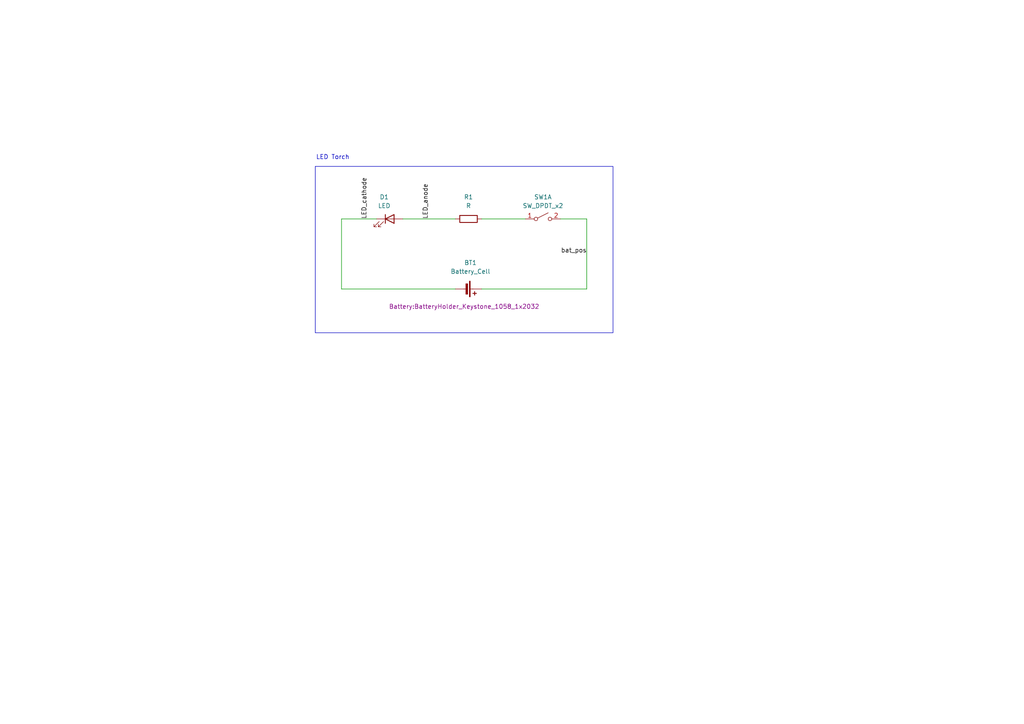
<source format=kicad_sch>
(kicad_sch (version 20250114) (generator "eeschema") (generator_version "9.0")
  (paper "A4")
  (title_block (title "Project LED Torch") (date "2025-06-08") (rev "1"))
  (lib_symbols
    (symbol "Device:Battery_Cell" (pin_numbers (hide yes)) (pin_names (offset 0) (hide yes))
      (property "Reference" "BT" (at 2.54 2.54 0))
      (property "Value" "Battery_Cell" (at 2.54 0 0))
      (symbol "Battery_Cell_0_1"
        (rectangle (start -2.286 1.778) (end 2.286 1.524) (fill (type outline)))
        (rectangle (start -1.524 1.016) (end 1.524 0.508) (fill (type outline)))
        (polyline (pts (xy 0 1.778) (xy 0 2.54)))
        (polyline (pts (xy 0 0.762) (xy 0 0)))
        (polyline (pts (xy 0.762 3.048) (xy 1.778 3.048)) (stroke (width 0.254)))
        (polyline (pts (xy 1.27 3.556) (xy 1.27 2.54)) (stroke (width 0.254)))
      )
      (symbol "Battery_Cell_1_1"
        (pin passive line (at 0 5.08 270) (length 2.54) (name "+") (number "1"))
        (pin passive line (at 0 -2.54 90) (length 2.54) (name "-") (number "2"))
      )
    )
    (symbol "Device:LED" (pin_numbers (hide yes)) (pin_names (offset 1.016) (hide yes))
      (property "Reference" "D" (at 0 2.54 0))
      (property "Value" "LED" (at 0 -2.54 0))
      (symbol "LED_0_1"
        (polyline (pts (xy -3.048 -0.762) (xy -4.572 -2.286) (xy -3.81 -2.286) (xy -4.572 -2.286) (xy -4.572 -1.524)))
        (polyline (pts (xy -1.778 -0.762) (xy -3.302 -2.286) (xy -2.54 -2.286) (xy -3.302 -2.286) (xy -3.302 -1.524)))
        (polyline (pts (xy -1.27 0) (xy 1.27 0)))
        (polyline (pts (xy -1.27 -1.27) (xy -1.27 1.27)) (stroke (width 0.254)))
        (polyline (pts (xy 1.27 -1.27) (xy 1.27 1.27) (xy -1.27 0) (xy 1.27 -1.27)) (stroke (width 0.254)))
      )
      (symbol "LED_1_1"
        (pin passive line (at -3.81 0 0) (length 2.54) (name "K") (number "1"))
        (pin passive line (at 3.81 0 180) (length 2.54) (name "A") (number "2"))
      )
    )
    (symbol "Device:R" (pin_numbers (hide yes)) (pin_names (offset 0))
      (property "Reference" "R" (at 2.032 0 90))
      (property "Value" "R" (at 0 0 90))
      (symbol "R_0_1"
        (rectangle (start -1.016 -2.54) (end 1.016 2.54) (stroke (width 0.254)))
      )
      (symbol "R_1_1"
        (pin passive line (at 0 3.81 270) (length 1.27) (name "~") (number "1"))
        (pin passive line (at 0 -3.81 90) (length 1.27) (name "~") (number "2"))
      )
    )
    (symbol "Switch:SW_DPST_x2" (pin_names (offset 0) (hide yes))
      (property "Reference" "SW" (at 0 3.175 0))
      (property "Value" "SW_DPST_x2" (at 0 -2.54 0))
      (symbol "SW_DPST_x2_0_0"
        (circle (center -2.032 0) (radius 0.508))
        (polyline (pts (xy -1.524 0.254) (xy 1.524 1.778)))
        (circle (center 2.032 0) (radius 0.508))
      )
      (symbol "SW_DPST_x2_1_1"
        (pin passive line (at -5.08 0 0) (length 2.54) (name "A") (number "1"))
        (pin passive line (at 5.08 0 180) (length 2.54) (name "B") (number "2"))
      )
      (symbol "SW_DPST_x2_2_1"
        (pin passive line (at -5.08 0 0) (length 2.54) (name "A") (number "3"))
        (pin passive line (at 5.08 0 180) (length 2.54) (name "B") (number "4"))
      )
    )
  )
  (rectangle (start 91.44 48.26) (end 177.8 96.52))
  (text "LED Torch" (at 96.52 45.72 0) (effects (font (size 1.27 1.27))))
  (wire (pts (xy 139.7 63.5) (xy 152.4 63.5)))
  (wire (pts (xy 139.7 83.82) (xy 170.18 83.82)))
  (wire (pts (xy 116.84 63.5) (xy 132.08 63.5)))
  (wire (pts (xy 99.06 63.5) (xy 99.06 83.82)))
  (wire (pts (xy 99.06 83.82) (xy 132.08 83.82)))
  (wire (pts (xy 162.56 63.5) (xy 170.18 63.5)))
  (wire (pts (xy 99.06 63.5) (xy 109.22 63.5)))
  (wire (pts (xy 170.18 63.5) (xy 170.18 83.82)))
  (label "bat_pos" (at 170.18 73.66 180))
  (label "LED_anode" (at 124.46 63.5 90))
  (label "LED_cathode" (at 106.68 63.5 90))
  (symbol (lib_id "Device:LED") (at 113.03 63.5 0) (unit 1)
    (property "Reference" "D1" (at 111.4425 57.15 0))
    (property "Value" "LED" (at 111.4425 59.69 0))
    (property "Footprint" "LED_THT:LED_D5.0mm" (effects (hide yes)))
    (property "Description" "Light emitting diode" (effects (hide yes)))
    (property "Sim.Pins" "1=K 2=A" (effects (hide yes)))
  )
  (symbol (lib_id "Device:R") (at 135.89 63.5 90) (unit 1)
    (property "Reference" "R1" (at 135.89 57.15 90))
    (property "Value" "R" (at 135.89 59.69 90))
    (property "Footprint" "Resistor_THT:R_Axial_DIN0204_L3.6mm_D1.6mm_P7.62mm_Horizontal" (effects (hide yes)))
    (property "Description" "Resistor" (effects (hide yes)))
  )
  (symbol (lib_id "Device:Battery_Cell") (at 134.62 83.82 270) (unit 1)
    (property "Reference" "BT1" (at 136.4615 76.2 90))
    (property "Value" "Battery_Cell" (at 136.4615 78.74 90))
    (property "Footprint" "Battery:BatteryHolder_Keystone_1058_1x2032" (at 134.62 88.9 90))
    (property "Description" "Single-cell battery" (effects (hide yes)))
  )
  (symbol (lib_id "Switch:SW_DPST_x2") (at 157.48 63.5 0) (unit 1)
    (property "Reference" "SW1" (at 157.48 57.15 0))
    (property "Value" "SW_DPDT_x2" (at 157.48 59.69 0))
    (property "Footprint" "Button_Switch_THT:SW_TH_Tactile_Omron_B3F-10xx" (effects (hide yes)))
    (property "Description" "Single Pole Single Throw (SPST) switch, separate symbol" (effects (hide yes)))
  )
)
</source>
